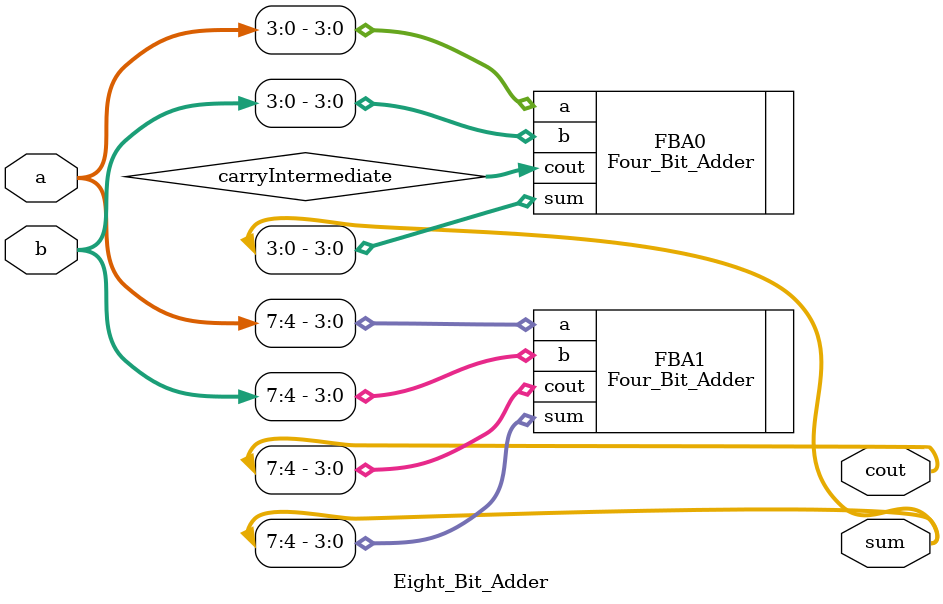
<source format=v>
`include "4Bit_Adder.v"
module Eight_Bit_Adder(
    input wire[7:0]a,b,
    output wire[7:0] sum, cout
);
wire [3:0] carryIntermediate;
Four_Bit_Adder FBA0 (.a(a[3:0]),.b(b[3:0]),.sum(sum[3:0]),.cout(carryIntermediate));
Four_Bit_Adder FBA1 (.a(a[7:4]),.b(b[7:4]),.sum(sum[7:4]),.cout(cout[7:4]));
endmodule

</source>
